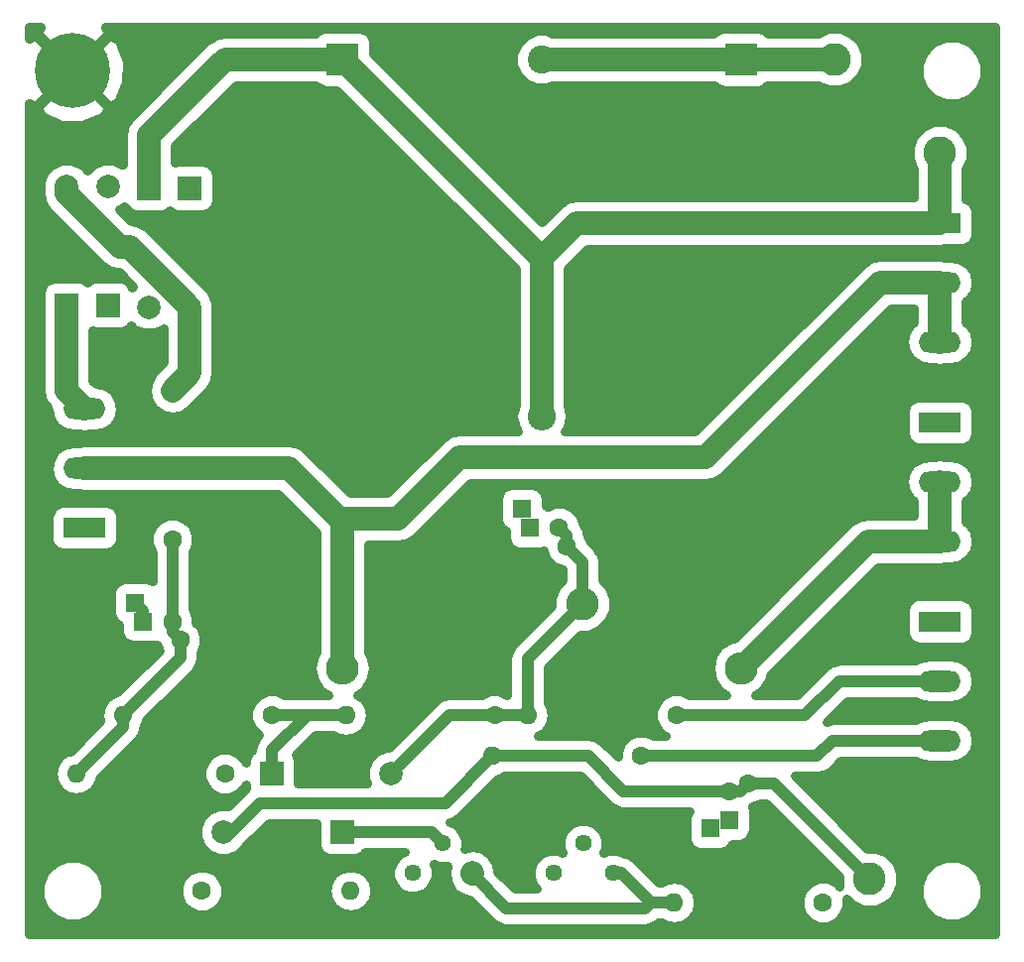
<source format=gbr>
G04 #@! TF.FileFunction,Copper,L2,Bot,Signal*
%FSLAX46Y46*%
G04 Gerber Fmt 4.6, Leading zero omitted, Abs format (unit mm)*
G04 Created by KiCad (PCBNEW 4.0.7) date Monday, 04 June 2018 'PMt' 21:28:53*
%MOMM*%
%LPD*%
G01*
G04 APERTURE LIST*
%ADD10C,0.100000*%
%ADD11R,3.600000X1.800000*%
%ADD12O,3.600000X1.800000*%
%ADD13R,1.600000X1.600000*%
%ADD14C,1.600000*%
%ADD15O,1.600000X1.600000*%
%ADD16C,1.998980*%
%ADD17R,1.998980X1.998980*%
%ADD18C,1.440000*%
%ADD19C,6.400000*%
%ADD20R,2.800000X2.800000*%
%ADD21O,2.800000X2.800000*%
%ADD22C,2.800000*%
%ADD23C,2.400000*%
%ADD24O,2.400000X2.400000*%
%ADD25C,1.000000*%
%ADD26C,2.000000*%
%ADD27C,0.800000*%
G04 APERTURE END LIST*
D10*
D11*
X129000000Y-70000000D03*
D12*
X129000000Y-75080000D03*
X129000000Y-80160000D03*
D13*
X61000000Y-87000000D03*
D14*
X63500000Y-87000000D03*
D13*
X60329063Y-85400000D03*
D14*
X64170937Y-88600000D03*
X72000000Y-95000000D03*
D15*
X59300000Y-95000000D03*
D13*
X94000000Y-79000000D03*
D14*
X96500000Y-79000000D03*
D13*
X93329063Y-77400000D03*
D14*
X97170937Y-80600000D03*
D13*
X111000000Y-104000000D03*
D14*
X111000000Y-101500000D03*
D13*
X109400000Y-104670937D03*
D14*
X112600000Y-100829063D03*
D16*
X82160000Y-99997460D03*
D17*
X72000000Y-99997460D03*
D16*
X67840000Y-105002540D03*
D17*
X78000000Y-105002540D03*
D11*
X56000000Y-79000000D03*
D12*
X56000000Y-73920000D03*
X56000000Y-68840000D03*
D18*
X101080000Y-108500000D03*
X98540000Y-105960000D03*
X96000000Y-108500000D03*
X89080000Y-108500000D03*
X86540000Y-105960000D03*
X84000000Y-108500000D03*
D19*
X55000000Y-40000000D03*
D11*
X129000000Y-53000000D03*
D12*
X129000000Y-58080000D03*
X129000000Y-63160000D03*
D11*
X129000000Y-87000000D03*
D12*
X129000000Y-92080000D03*
X129000000Y-97160000D03*
D20*
X78000000Y-39000000D03*
D21*
X78000000Y-91000000D03*
D20*
X112000000Y-39000000D03*
D21*
X112000000Y-91000000D03*
D14*
X63500000Y-80000000D03*
D15*
X63500000Y-67300000D03*
D14*
X91000000Y-95000000D03*
D15*
X78300000Y-95000000D03*
D14*
X119000000Y-111000000D03*
D15*
X106300000Y-111000000D03*
D14*
X68000000Y-100000000D03*
D15*
X55300000Y-100000000D03*
D14*
X66000000Y-110000000D03*
D15*
X78700000Y-110000000D03*
D16*
X65002540Y-60160000D03*
D17*
X65002540Y-50000000D03*
D16*
X54497460Y-49840000D03*
D17*
X54497460Y-60000000D03*
D16*
X61502540Y-60160000D03*
D17*
X61502540Y-50000000D03*
D16*
X57997460Y-49840000D03*
D17*
X57997460Y-60000000D03*
D22*
X129000000Y-47000000D03*
X120000000Y-39000000D03*
X98500000Y-85500000D03*
X123000000Y-109000000D03*
D23*
X95000000Y-39000000D03*
D24*
X95000000Y-69480000D03*
D14*
X106500000Y-95000000D03*
D15*
X93800000Y-95000000D03*
D14*
X103500000Y-98500000D03*
D15*
X90800000Y-98500000D03*
D25*
X59300000Y-95000000D02*
X59300000Y-96000000D01*
X59300000Y-96000000D02*
X55300000Y-100000000D01*
X64170937Y-88600000D02*
X64170937Y-90129063D01*
X64170937Y-90129063D02*
X59300000Y-95000000D01*
X63500000Y-87000000D02*
X63500000Y-87929063D01*
X63500000Y-87929063D02*
X64170937Y-88600000D01*
X63500000Y-80000000D02*
X63500000Y-87000000D01*
X106500000Y-95000000D02*
X117500000Y-95000000D01*
X120420000Y-92080000D02*
X129000000Y-92080000D01*
X117500000Y-95000000D02*
X120420000Y-92080000D01*
X103500000Y-98500000D02*
X118500000Y-98500000D01*
X118500000Y-98500000D02*
X119840000Y-97160000D01*
X119840000Y-97160000D02*
X129000000Y-97160000D01*
D26*
X54497460Y-49840000D02*
X54497460Y-50497460D01*
X54497460Y-50497460D02*
X59000000Y-55000000D01*
X59000000Y-55000000D02*
X59842540Y-55000000D01*
X59842540Y-55000000D02*
X65002540Y-60160000D01*
X65002540Y-60160000D02*
X65002540Y-65797460D01*
X65002540Y-65797460D02*
X63500000Y-67300000D01*
D25*
X72000000Y-95000000D02*
X75000000Y-95000000D01*
X75000000Y-95000000D02*
X78300000Y-95000000D01*
X72000000Y-99997460D02*
X72000000Y-98000000D01*
X72000000Y-98000000D02*
X75000000Y-95000000D01*
X78000000Y-105002540D02*
X85582540Y-105002540D01*
X85582540Y-105002540D02*
X86540000Y-105960000D01*
X101080000Y-108500000D02*
X101800000Y-108500000D01*
X101800000Y-108500000D02*
X104300000Y-111000000D01*
X106300000Y-111000000D02*
X104300000Y-111000000D01*
X92000000Y-111500000D02*
X103800000Y-111500000D01*
X92000000Y-111500000D02*
X89080000Y-108580000D01*
X104300000Y-111000000D02*
X103800000Y-111500000D01*
D26*
X89080000Y-108500000D02*
X89080000Y-108580000D01*
X95000000Y-69480000D02*
X95000000Y-56000000D01*
X129000000Y-53000000D02*
X129000000Y-47000000D01*
X61502540Y-50000000D02*
X61502540Y-45497460D01*
X68000000Y-39000000D02*
X78000000Y-39000000D01*
X61502540Y-45497460D02*
X68000000Y-39000000D01*
X77997460Y-39002540D02*
X78000000Y-39000000D01*
X129000000Y-53000000D02*
X98000000Y-53000000D01*
X98000000Y-53000000D02*
X95000000Y-56000000D01*
X95000000Y-56000000D02*
X78000000Y-39000000D01*
X112000000Y-39000000D02*
X120000000Y-39000000D01*
X95000000Y-39000000D02*
X112000000Y-39000000D01*
X129000000Y-80160000D02*
X122840000Y-80160000D01*
X122840000Y-80160000D02*
X112000000Y-91000000D01*
X129000000Y-80160000D02*
X129000000Y-75080000D01*
D25*
X61000000Y-87000000D02*
X61000000Y-86070937D01*
X61000000Y-86070937D02*
X60329063Y-85400000D01*
D26*
X77750000Y-78250000D02*
X82750000Y-78250000D01*
X123920000Y-58080000D02*
X129000000Y-58080000D01*
X109000000Y-73000000D02*
X123920000Y-58080000D01*
X88000000Y-73000000D02*
X109000000Y-73000000D01*
X82750000Y-78250000D02*
X88000000Y-73000000D01*
X56000000Y-73920000D02*
X73420000Y-73920000D01*
X73420000Y-73920000D02*
X77750000Y-78250000D01*
X77750000Y-78250000D02*
X78000000Y-78500000D01*
X129000000Y-63160000D02*
X129000000Y-58080000D01*
X78000000Y-78500000D02*
X78000000Y-91000000D01*
X54497460Y-60000000D02*
X54497460Y-67337460D01*
X54497460Y-67337460D02*
X56000000Y-68840000D01*
D25*
X97170937Y-80600000D02*
X97170937Y-79670937D01*
X97170937Y-79670937D02*
X96500000Y-79000000D01*
X98500000Y-85500000D02*
X98500000Y-81929063D01*
X98500000Y-81929063D02*
X97170937Y-80600000D01*
X93800000Y-95000000D02*
X93800000Y-90200000D01*
X93800000Y-90200000D02*
X98500000Y-85500000D01*
X91000000Y-95000000D02*
X93800000Y-95000000D01*
X91000000Y-95000000D02*
X87157460Y-95000000D01*
X87157460Y-95000000D02*
X82160000Y-99997460D01*
X112600000Y-100829063D02*
X114829063Y-100829063D01*
X114829063Y-100829063D02*
X123000000Y-109000000D01*
X90800000Y-98500000D02*
X99000000Y-98500000D01*
X102000000Y-101500000D02*
X111000000Y-101500000D01*
X99000000Y-98500000D02*
X102000000Y-101500000D01*
X67840000Y-105002540D02*
X68497460Y-105002540D01*
X68497460Y-105002540D02*
X71000000Y-102500000D01*
X86800000Y-102500000D02*
X90800000Y-98500000D01*
X71000000Y-102500000D02*
X86800000Y-102500000D01*
X111000000Y-101500000D02*
X111929063Y-101500000D01*
X111929063Y-101500000D02*
X112600000Y-100829063D01*
D27*
G36*
X52002598Y-36861176D02*
X55000000Y-39858579D01*
X57997402Y-36861176D01*
X57732734Y-36275000D01*
X133725000Y-36275000D01*
X133725000Y-113725000D01*
X51275000Y-113725000D01*
X51275000Y-110554511D01*
X52199515Y-110554511D01*
X52624892Y-111584000D01*
X53411857Y-112372340D01*
X54440602Y-112799513D01*
X55554511Y-112800485D01*
X56584000Y-112375108D01*
X57372340Y-111588143D01*
X57799513Y-110559398D01*
X57799655Y-110396079D01*
X63999654Y-110396079D01*
X64303494Y-111131429D01*
X64865612Y-111694529D01*
X65600430Y-111999652D01*
X66396079Y-112000346D01*
X67131429Y-111696506D01*
X67694529Y-111134388D01*
X67999652Y-110399570D01*
X68000000Y-110000000D01*
X76660818Y-110000000D01*
X76813059Y-110765367D01*
X77246604Y-111414214D01*
X77895451Y-111847759D01*
X78660818Y-112000000D01*
X78739182Y-112000000D01*
X79504549Y-111847759D01*
X80153396Y-111414214D01*
X80586941Y-110765367D01*
X80739182Y-110000000D01*
X80586941Y-109234633D01*
X80153396Y-108585786D01*
X79504549Y-108152241D01*
X78739182Y-108000000D01*
X78660818Y-108000000D01*
X77895451Y-108152241D01*
X77246604Y-108585786D01*
X76813059Y-109234633D01*
X76660818Y-110000000D01*
X68000000Y-110000000D01*
X68000346Y-109603921D01*
X67696506Y-108868571D01*
X67134388Y-108305471D01*
X66399570Y-108000348D01*
X65603921Y-107999654D01*
X64868571Y-108303494D01*
X64305471Y-108865612D01*
X64000348Y-109600430D01*
X63999654Y-110396079D01*
X57799655Y-110396079D01*
X57800485Y-109445489D01*
X57375108Y-108416000D01*
X56588143Y-107627660D01*
X55559398Y-107200487D01*
X54445489Y-107199515D01*
X53416000Y-107624892D01*
X52627660Y-108411857D01*
X52200487Y-109440602D01*
X52199515Y-110554511D01*
X51275000Y-110554511D01*
X51275000Y-100000000D01*
X53260818Y-100000000D01*
X53413059Y-100765367D01*
X53846604Y-101414214D01*
X54495451Y-101847759D01*
X55260818Y-102000000D01*
X55339182Y-102000000D01*
X56104549Y-101847759D01*
X56753396Y-101414214D01*
X57186941Y-100765367D01*
X57248556Y-100455608D01*
X60502079Y-97202084D01*
X60502082Y-97202082D01*
X60870595Y-96650562D01*
X60987214Y-96064280D01*
X61186941Y-95765367D01*
X61248556Y-95455608D01*
X65373016Y-91331147D01*
X65373019Y-91331145D01*
X65741532Y-90779625D01*
X65778241Y-90595076D01*
X65870938Y-90129063D01*
X65870937Y-90129058D01*
X65870937Y-89721212D01*
X66170589Y-88999570D01*
X66171283Y-88203921D01*
X65867443Y-87468571D01*
X65499913Y-87100399D01*
X65500346Y-86603921D01*
X65200000Y-85877027D01*
X65200000Y-81121212D01*
X65499652Y-80399570D01*
X65500346Y-79603921D01*
X65196506Y-78868571D01*
X64634388Y-78305471D01*
X63899570Y-78000348D01*
X63103921Y-77999654D01*
X62368571Y-78303494D01*
X61805471Y-78865612D01*
X61500348Y-79600430D01*
X61499654Y-80396079D01*
X61800000Y-81122973D01*
X61800000Y-83606071D01*
X61605077Y-83472886D01*
X61129063Y-83376491D01*
X59529063Y-83376491D01*
X59084370Y-83460166D01*
X58675946Y-83722979D01*
X58401949Y-84123986D01*
X58305554Y-84600000D01*
X58305554Y-86200000D01*
X58389229Y-86644693D01*
X58652042Y-87053117D01*
X58976491Y-87274804D01*
X58976491Y-87800000D01*
X59060166Y-88244693D01*
X59322979Y-88653117D01*
X59723986Y-88927114D01*
X60200000Y-89023509D01*
X61800000Y-89023509D01*
X62170628Y-88953770D01*
X62170591Y-88996079D01*
X62383786Y-89512051D01*
X58805210Y-93090626D01*
X58495451Y-93152241D01*
X57846604Y-93585786D01*
X57413059Y-94234633D01*
X57260818Y-95000000D01*
X57366174Y-95529662D01*
X54805210Y-98090626D01*
X54495451Y-98152241D01*
X53846604Y-98585786D01*
X53413059Y-99234633D01*
X53260818Y-100000000D01*
X51275000Y-100000000D01*
X51275000Y-78100000D01*
X52976491Y-78100000D01*
X52976491Y-79900000D01*
X53060166Y-80344693D01*
X53322979Y-80753117D01*
X53723986Y-81027114D01*
X54200000Y-81123509D01*
X57800000Y-81123509D01*
X58244693Y-81039834D01*
X58653117Y-80777021D01*
X58927114Y-80376014D01*
X59023509Y-79900000D01*
X59023509Y-78100000D01*
X58939834Y-77655307D01*
X58677021Y-77246883D01*
X58276014Y-76972886D01*
X57800000Y-76876491D01*
X54200000Y-76876491D01*
X53755307Y-76960166D01*
X53346883Y-77222979D01*
X53072886Y-77623986D01*
X52976491Y-78100000D01*
X51275000Y-78100000D01*
X51275000Y-59000510D01*
X52274461Y-59000510D01*
X52274461Y-60999490D01*
X52297460Y-61121719D01*
X52297460Y-67337460D01*
X52464925Y-68179364D01*
X52762012Y-68623986D01*
X52941825Y-68893095D01*
X52954262Y-68905532D01*
X53101080Y-69643635D01*
X53556303Y-70324924D01*
X54237592Y-70780147D01*
X55041227Y-70940000D01*
X55497266Y-70940000D01*
X56000000Y-71040000D01*
X56502734Y-70940000D01*
X56958773Y-70940000D01*
X57762408Y-70780147D01*
X58443697Y-70324924D01*
X58898920Y-69643635D01*
X59058773Y-68840000D01*
X58898920Y-68036365D01*
X58443697Y-67355076D01*
X57762408Y-66899853D01*
X57024305Y-66753035D01*
X56697460Y-66426190D01*
X56697460Y-62162144D01*
X56997970Y-62222999D01*
X58996950Y-62222999D01*
X59441643Y-62139324D01*
X59850067Y-61876511D01*
X59954964Y-61722989D01*
X60255002Y-62023550D01*
X61063115Y-62359108D01*
X61938126Y-62359871D01*
X62746824Y-62025725D01*
X62802540Y-61970106D01*
X62802540Y-64886190D01*
X61944365Y-65744365D01*
X61467465Y-66458097D01*
X61300000Y-67300000D01*
X61467465Y-68141903D01*
X61944365Y-68855635D01*
X62658097Y-69332535D01*
X63500000Y-69500000D01*
X64341903Y-69332535D01*
X65055635Y-68855635D01*
X66558175Y-67353095D01*
X67035075Y-66639364D01*
X67202540Y-65797460D01*
X67202540Y-60160000D01*
X67202033Y-60157453D01*
X67202411Y-59724414D01*
X67035586Y-59320665D01*
X67035075Y-59318096D01*
X67033632Y-59315937D01*
X66868265Y-58915716D01*
X66559629Y-58606542D01*
X66558175Y-58604365D01*
X61398175Y-53444365D01*
X60684444Y-52967465D01*
X59928336Y-52817066D01*
X58941184Y-51829914D01*
X59241744Y-51705725D01*
X59418179Y-51529598D01*
X59626029Y-51852607D01*
X60027036Y-52126604D01*
X60503050Y-52222999D01*
X62502030Y-52222999D01*
X62946723Y-52139324D01*
X63255169Y-51940845D01*
X63527036Y-52126604D01*
X64003050Y-52222999D01*
X66002030Y-52222999D01*
X66446723Y-52139324D01*
X66855147Y-51876511D01*
X67129144Y-51475504D01*
X67225539Y-50999490D01*
X67225539Y-49000510D01*
X67141864Y-48555817D01*
X66879051Y-48147393D01*
X66478044Y-47873396D01*
X66002030Y-47777001D01*
X64003050Y-47777001D01*
X63702540Y-47833546D01*
X63702540Y-46408730D01*
X68911270Y-41200000D01*
X75688799Y-41200000D01*
X75722979Y-41253117D01*
X76123986Y-41527114D01*
X76600000Y-41623509D01*
X77512239Y-41623509D01*
X92800000Y-56911270D01*
X92800000Y-68488633D01*
X92782689Y-68514541D01*
X92600000Y-69432981D01*
X92600000Y-69527019D01*
X92782689Y-70445459D01*
X93019586Y-70800000D01*
X88000000Y-70800000D01*
X87158096Y-70967465D01*
X86444365Y-71444365D01*
X81838730Y-76050000D01*
X78661270Y-76050000D01*
X74975635Y-72364365D01*
X74666933Y-72158097D01*
X74261904Y-71887465D01*
X73420000Y-71720000D01*
X56000000Y-71720000D01*
X55497266Y-71820000D01*
X55041227Y-71820000D01*
X54237592Y-71979853D01*
X53556303Y-72435076D01*
X53101080Y-73116365D01*
X52941227Y-73920000D01*
X53101080Y-74723635D01*
X53556303Y-75404924D01*
X54237592Y-75860147D01*
X55041227Y-76020000D01*
X55497266Y-76020000D01*
X56000000Y-76120000D01*
X72508730Y-76120000D01*
X75800000Y-79411270D01*
X75800000Y-89651641D01*
X75597913Y-89954086D01*
X75400000Y-90949063D01*
X75400000Y-91050937D01*
X75597913Y-92045914D01*
X76161522Y-92889415D01*
X76776006Y-93300000D01*
X75000005Y-93300000D01*
X75000000Y-93299999D01*
X74999995Y-93300000D01*
X73121212Y-93300000D01*
X72399570Y-93000348D01*
X71603921Y-92999654D01*
X70868571Y-93303494D01*
X70305471Y-93865612D01*
X70000348Y-94600430D01*
X69999654Y-95396079D01*
X70303494Y-96131429D01*
X70865612Y-96694529D01*
X70890834Y-96705002D01*
X70797918Y-96797918D01*
X70429405Y-97349438D01*
X70299999Y-98000000D01*
X70300000Y-98000005D01*
X70300000Y-98022749D01*
X70147393Y-98120949D01*
X69873396Y-98521956D01*
X69777001Y-98997970D01*
X69777001Y-99063384D01*
X69696506Y-98868571D01*
X69134388Y-98305471D01*
X68399570Y-98000348D01*
X67603921Y-97999654D01*
X66868571Y-98303494D01*
X66305471Y-98865612D01*
X66000348Y-99600430D01*
X65999654Y-100396079D01*
X66303494Y-101131429D01*
X66865612Y-101694529D01*
X67600430Y-101999652D01*
X68396079Y-102000346D01*
X69131429Y-101696506D01*
X69694529Y-101134388D01*
X69777001Y-100935773D01*
X69777001Y-100996950D01*
X69829643Y-101276720D01*
X69797918Y-101297918D01*
X68288596Y-102807240D01*
X68279425Y-102803432D01*
X67404414Y-102802669D01*
X66595716Y-103136815D01*
X65976450Y-103755002D01*
X65640892Y-104563115D01*
X65640129Y-105438126D01*
X65974275Y-106246824D01*
X66592462Y-106866090D01*
X67400575Y-107201648D01*
X68275586Y-107202411D01*
X69084284Y-106868265D01*
X69703550Y-106250078D01*
X69738674Y-106165490D01*
X71704164Y-104200000D01*
X75777001Y-104200000D01*
X75777001Y-106002030D01*
X75860676Y-106446723D01*
X76123489Y-106855147D01*
X76524496Y-107129144D01*
X77000510Y-107225539D01*
X78999490Y-107225539D01*
X79444183Y-107141864D01*
X79852607Y-106879051D01*
X79973212Y-106702540D01*
X83322389Y-106702540D01*
X82913828Y-106871354D01*
X82373252Y-107410987D01*
X82080334Y-108116413D01*
X82079667Y-108880236D01*
X82371354Y-109586172D01*
X82910987Y-110126748D01*
X83616413Y-110419666D01*
X84380236Y-110420333D01*
X85086172Y-110128646D01*
X85626748Y-109589013D01*
X85919666Y-108883587D01*
X85920333Y-108119764D01*
X85751687Y-107711609D01*
X86156413Y-107879666D01*
X86920236Y-107880333D01*
X87010694Y-107842956D01*
X86880000Y-108500000D01*
X86880000Y-108580000D01*
X87047465Y-109421904D01*
X87524365Y-110135635D01*
X88238096Y-110612535D01*
X88825142Y-110729306D01*
X90797916Y-112702079D01*
X90797918Y-112702082D01*
X91349438Y-113070595D01*
X91457374Y-113092065D01*
X92000000Y-113200001D01*
X92000005Y-113200000D01*
X103799995Y-113200000D01*
X103800000Y-113200001D01*
X104450562Y-113070595D01*
X105002082Y-112702082D01*
X105004164Y-112700000D01*
X105274314Y-112700000D01*
X105495451Y-112847759D01*
X106260818Y-113000000D01*
X106339182Y-113000000D01*
X107104549Y-112847759D01*
X107753396Y-112414214D01*
X108186941Y-111765367D01*
X108339182Y-111000000D01*
X108186941Y-110234633D01*
X107753396Y-109585786D01*
X107104549Y-109152241D01*
X106339182Y-109000000D01*
X106260818Y-109000000D01*
X105495451Y-109152241D01*
X105274314Y-109300000D01*
X105004163Y-109300000D01*
X103002082Y-107297918D01*
X102450562Y-106929405D01*
X102169198Y-106873438D01*
X102169013Y-106873252D01*
X101463587Y-106580334D01*
X100699764Y-106579667D01*
X100291609Y-106748313D01*
X100459666Y-106343587D01*
X100460333Y-105579764D01*
X100168646Y-104873828D01*
X99629013Y-104333252D01*
X98923587Y-104040334D01*
X98159764Y-104039667D01*
X97453828Y-104331354D01*
X96913252Y-104870987D01*
X96620334Y-105576413D01*
X96619667Y-106340236D01*
X96788313Y-106748391D01*
X96383587Y-106580334D01*
X95619764Y-106579667D01*
X94913828Y-106871354D01*
X94373252Y-107410987D01*
X94080334Y-108116413D01*
X94079667Y-108880236D01*
X94371354Y-109586172D01*
X94584809Y-109800000D01*
X92704163Y-109800000D01*
X91249170Y-108345006D01*
X91112535Y-107658096D01*
X90635635Y-106944365D01*
X89921904Y-106467465D01*
X89080000Y-106300000D01*
X88423545Y-106430577D01*
X88459666Y-106343587D01*
X88460333Y-105579764D01*
X88168646Y-104873828D01*
X87629013Y-104333252D01*
X87143540Y-104131666D01*
X87450562Y-104070595D01*
X88002082Y-103702082D01*
X91294789Y-100409374D01*
X91604549Y-100347759D01*
X91825686Y-100200000D01*
X98295836Y-100200000D01*
X100797916Y-102702079D01*
X100797918Y-102702082D01*
X101349438Y-103070595D01*
X101457374Y-103092065D01*
X102000000Y-103200001D01*
X102000005Y-103200000D01*
X107606071Y-103200000D01*
X107472886Y-103394923D01*
X107376491Y-103870937D01*
X107376491Y-105470937D01*
X107460166Y-105915630D01*
X107722979Y-106324054D01*
X108123986Y-106598051D01*
X108600000Y-106694446D01*
X110200000Y-106694446D01*
X110644693Y-106610771D01*
X111053117Y-106347958D01*
X111274804Y-106023509D01*
X111800000Y-106023509D01*
X112244693Y-105939834D01*
X112653117Y-105677021D01*
X112927114Y-105276014D01*
X113023509Y-104800000D01*
X113023509Y-103200000D01*
X112953770Y-102829372D01*
X112996079Y-102829409D01*
X113722973Y-102529063D01*
X114124899Y-102529063D01*
X120400170Y-108804333D01*
X120399550Y-109514903D01*
X120439166Y-109610782D01*
X120134388Y-109305471D01*
X119399570Y-109000348D01*
X118603921Y-108999654D01*
X117868571Y-109303494D01*
X117305471Y-109865612D01*
X117000348Y-110600430D01*
X116999654Y-111396079D01*
X117303494Y-112131429D01*
X117865612Y-112694529D01*
X118600430Y-112999652D01*
X119396079Y-113000346D01*
X120131429Y-112696506D01*
X120694529Y-112134388D01*
X120999652Y-111399570D01*
X121000282Y-110676958D01*
X121525295Y-111202887D01*
X122480559Y-111599548D01*
X123514903Y-111600450D01*
X124470858Y-111205458D01*
X125122941Y-110554511D01*
X127199515Y-110554511D01*
X127624892Y-111584000D01*
X128411857Y-112372340D01*
X129440602Y-112799513D01*
X130554511Y-112800485D01*
X131584000Y-112375108D01*
X132372340Y-111588143D01*
X132799513Y-110559398D01*
X132800485Y-109445489D01*
X132375108Y-108416000D01*
X131588143Y-107627660D01*
X130559398Y-107200487D01*
X129445489Y-107199515D01*
X128416000Y-107624892D01*
X127627660Y-108411857D01*
X127200487Y-109440602D01*
X127199515Y-110554511D01*
X125122941Y-110554511D01*
X125202887Y-110474705D01*
X125599548Y-109519441D01*
X125600450Y-108485097D01*
X125205458Y-107529142D01*
X124474705Y-106797113D01*
X123519441Y-106400452D01*
X122803991Y-106399828D01*
X116604164Y-100200000D01*
X118499995Y-100200000D01*
X118500000Y-100200001D01*
X119150562Y-100070595D01*
X119702082Y-99702082D01*
X120544163Y-98860000D01*
X126878187Y-98860000D01*
X127237592Y-99100147D01*
X128041227Y-99260000D01*
X129958773Y-99260000D01*
X130762408Y-99100147D01*
X131443697Y-98644924D01*
X131898920Y-97963635D01*
X132058773Y-97160000D01*
X131898920Y-96356365D01*
X131443697Y-95675076D01*
X130762408Y-95219853D01*
X129958773Y-95060000D01*
X128041227Y-95060000D01*
X127237592Y-95219853D01*
X126878187Y-95460000D01*
X119840005Y-95460000D01*
X119840000Y-95459999D01*
X119345877Y-95558287D01*
X121124163Y-93780000D01*
X126878187Y-93780000D01*
X127237592Y-94020147D01*
X128041227Y-94180000D01*
X129958773Y-94180000D01*
X130762408Y-94020147D01*
X131443697Y-93564924D01*
X131898920Y-92883635D01*
X132058773Y-92080000D01*
X131898920Y-91276365D01*
X131443697Y-90595076D01*
X130762408Y-90139853D01*
X129958773Y-89980000D01*
X128041227Y-89980000D01*
X127237592Y-90139853D01*
X126878187Y-90380000D01*
X120420005Y-90380000D01*
X120420000Y-90379999D01*
X119877374Y-90487935D01*
X119769438Y-90509405D01*
X119217918Y-90877918D01*
X119217916Y-90877921D01*
X116795836Y-93300000D01*
X113223994Y-93300000D01*
X113838478Y-92889415D01*
X114402087Y-92045914D01*
X114485698Y-91625572D01*
X120011270Y-86100000D01*
X125976491Y-86100000D01*
X125976491Y-87900000D01*
X126060166Y-88344693D01*
X126322979Y-88753117D01*
X126723986Y-89027114D01*
X127200000Y-89123509D01*
X130800000Y-89123509D01*
X131244693Y-89039834D01*
X131653117Y-88777021D01*
X131927114Y-88376014D01*
X132023509Y-87900000D01*
X132023509Y-86100000D01*
X131939834Y-85655307D01*
X131677021Y-85246883D01*
X131276014Y-84972886D01*
X130800000Y-84876491D01*
X127200000Y-84876491D01*
X126755307Y-84960166D01*
X126346883Y-85222979D01*
X126072886Y-85623986D01*
X125976491Y-86100000D01*
X120011270Y-86100000D01*
X123751270Y-82360000D01*
X129000000Y-82360000D01*
X129502734Y-82260000D01*
X129958773Y-82260000D01*
X130762408Y-82100147D01*
X131443697Y-81644924D01*
X131898920Y-80963635D01*
X132058773Y-80160000D01*
X131898920Y-79356365D01*
X131443697Y-78675076D01*
X131200000Y-78512243D01*
X131200000Y-76727757D01*
X131443697Y-76564924D01*
X131898920Y-75883635D01*
X132058773Y-75080000D01*
X131898920Y-74276365D01*
X131443697Y-73595076D01*
X130762408Y-73139853D01*
X129958773Y-72980000D01*
X129502734Y-72980000D01*
X129000000Y-72880000D01*
X128497266Y-72980000D01*
X128041227Y-72980000D01*
X127237592Y-73139853D01*
X126556303Y-73595076D01*
X126101080Y-74276365D01*
X125941227Y-75080000D01*
X126101080Y-75883635D01*
X126556303Y-76564924D01*
X126800000Y-76727757D01*
X126800000Y-77960000D01*
X122840000Y-77960000D01*
X121998096Y-78127465D01*
X121546211Y-78429405D01*
X121284365Y-78604365D01*
X111425365Y-88463365D01*
X111005023Y-88546976D01*
X110161522Y-89110585D01*
X109597913Y-89954086D01*
X109400000Y-90949063D01*
X109400000Y-91050937D01*
X109597913Y-92045914D01*
X110161522Y-92889415D01*
X110776006Y-93300000D01*
X107621212Y-93300000D01*
X106899570Y-93000348D01*
X106103921Y-92999654D01*
X105368571Y-93303494D01*
X104805471Y-93865612D01*
X104500348Y-94600430D01*
X104499654Y-95396079D01*
X104803494Y-96131429D01*
X105365612Y-96694529D01*
X105619614Y-96800000D01*
X104621212Y-96800000D01*
X103899570Y-96500348D01*
X103103921Y-96499654D01*
X102368571Y-96803494D01*
X101805471Y-97365612D01*
X101500348Y-98100430D01*
X101499916Y-98595752D01*
X100202082Y-97297918D01*
X99650562Y-96929405D01*
X99000000Y-96799999D01*
X98999995Y-96800000D01*
X94676026Y-96800000D01*
X95253396Y-96414214D01*
X95686941Y-95765367D01*
X95839182Y-95000000D01*
X95686941Y-94234633D01*
X95500000Y-93954856D01*
X95500000Y-90904164D01*
X98304333Y-88099830D01*
X99014903Y-88100450D01*
X99970858Y-87705458D01*
X100702887Y-86974705D01*
X101099548Y-86019441D01*
X101100450Y-84985097D01*
X100705458Y-84029142D01*
X100200000Y-83522801D01*
X100200000Y-81929068D01*
X100200001Y-81929063D01*
X100070595Y-81278501D01*
X99885779Y-81001904D01*
X99702082Y-80726981D01*
X99702079Y-80726979D01*
X99165834Y-80190734D01*
X98867443Y-79468571D01*
X98821537Y-79422585D01*
X98741532Y-79020375D01*
X98663435Y-78903494D01*
X98500298Y-78659341D01*
X98500346Y-78603921D01*
X98196506Y-77868571D01*
X97634388Y-77305471D01*
X96899570Y-77000348D01*
X96103921Y-76999654D01*
X95521213Y-77240424D01*
X95352572Y-77125196D01*
X95352572Y-76600000D01*
X95268897Y-76155307D01*
X95006084Y-75746883D01*
X94605077Y-75472886D01*
X94129063Y-75376491D01*
X92529063Y-75376491D01*
X92084370Y-75460166D01*
X91675946Y-75722979D01*
X91401949Y-76123986D01*
X91305554Y-76600000D01*
X91305554Y-78200000D01*
X91389229Y-78644693D01*
X91652042Y-79053117D01*
X91976491Y-79274804D01*
X91976491Y-79800000D01*
X92060166Y-80244693D01*
X92322979Y-80653117D01*
X92723986Y-80927114D01*
X93200000Y-81023509D01*
X94800000Y-81023509D01*
X95170628Y-80953770D01*
X95170591Y-80996079D01*
X95474431Y-81731429D01*
X96036549Y-82294529D01*
X96762917Y-82596143D01*
X96800000Y-82633226D01*
X96800000Y-83523285D01*
X96297113Y-84025295D01*
X95900452Y-84980559D01*
X95899828Y-85696009D01*
X92597918Y-88997918D01*
X92229405Y-89549438D01*
X92099999Y-90200000D01*
X92100000Y-90200005D01*
X92100000Y-93291192D01*
X91399570Y-93000348D01*
X90603921Y-92999654D01*
X89877027Y-93300000D01*
X87157465Y-93300000D01*
X87157460Y-93299999D01*
X86614834Y-93407935D01*
X86506898Y-93429405D01*
X85955378Y-93797918D01*
X85955376Y-93797921D01*
X81955506Y-97797791D01*
X81724414Y-97797589D01*
X80915716Y-98131735D01*
X80296450Y-98749922D01*
X79960892Y-99558035D01*
X79960129Y-100433046D01*
X80111751Y-100800000D01*
X74222999Y-100800000D01*
X74222999Y-98997970D01*
X74139324Y-98553277D01*
X74026391Y-98377773D01*
X75704163Y-96700000D01*
X77274314Y-96700000D01*
X77495451Y-96847759D01*
X78260818Y-97000000D01*
X78339182Y-97000000D01*
X79104549Y-96847759D01*
X79753396Y-96414214D01*
X80186941Y-95765367D01*
X80339182Y-95000000D01*
X80186941Y-94234633D01*
X79753396Y-93585786D01*
X79274840Y-93266026D01*
X79838478Y-92889415D01*
X80402087Y-92045914D01*
X80600000Y-91050937D01*
X80600000Y-90949063D01*
X80402087Y-89954086D01*
X80200000Y-89651641D01*
X80200000Y-80450000D01*
X82750000Y-80450000D01*
X83591904Y-80282535D01*
X84305635Y-79805635D01*
X88911270Y-75200000D01*
X109000000Y-75200000D01*
X109841904Y-75032535D01*
X110555635Y-74555635D01*
X116011270Y-69100000D01*
X125976491Y-69100000D01*
X125976491Y-70900000D01*
X126060166Y-71344693D01*
X126322979Y-71753117D01*
X126723986Y-72027114D01*
X127200000Y-72123509D01*
X130800000Y-72123509D01*
X131244693Y-72039834D01*
X131653117Y-71777021D01*
X131927114Y-71376014D01*
X132023509Y-70900000D01*
X132023509Y-69100000D01*
X131939834Y-68655307D01*
X131677021Y-68246883D01*
X131276014Y-67972886D01*
X130800000Y-67876491D01*
X127200000Y-67876491D01*
X126755307Y-67960166D01*
X126346883Y-68222979D01*
X126072886Y-68623986D01*
X125976491Y-69100000D01*
X116011270Y-69100000D01*
X124831270Y-60280000D01*
X126800000Y-60280000D01*
X126800000Y-61512243D01*
X126556303Y-61675076D01*
X126101080Y-62356365D01*
X125941227Y-63160000D01*
X126101080Y-63963635D01*
X126556303Y-64644924D01*
X127237592Y-65100147D01*
X128041227Y-65260000D01*
X128497266Y-65260000D01*
X129000000Y-65360000D01*
X129502734Y-65260000D01*
X129958773Y-65260000D01*
X130762408Y-65100147D01*
X131443697Y-64644924D01*
X131898920Y-63963635D01*
X132058773Y-63160000D01*
X131898920Y-62356365D01*
X131443697Y-61675076D01*
X131200000Y-61512243D01*
X131200000Y-59727757D01*
X131443697Y-59564924D01*
X131898920Y-58883635D01*
X132058773Y-58080000D01*
X131898920Y-57276365D01*
X131443697Y-56595076D01*
X130762408Y-56139853D01*
X129958773Y-55980000D01*
X129502734Y-55980000D01*
X129000000Y-55880000D01*
X123920000Y-55880000D01*
X123078096Y-56047465D01*
X122364365Y-56524365D01*
X108088730Y-70800000D01*
X96980414Y-70800000D01*
X97217311Y-70445459D01*
X97400000Y-69527019D01*
X97400000Y-69432981D01*
X97217311Y-68514541D01*
X97200000Y-68488633D01*
X97200000Y-56911270D01*
X98911270Y-55200000D01*
X129000000Y-55200000D01*
X129384546Y-55123509D01*
X130800000Y-55123509D01*
X131244693Y-55039834D01*
X131653117Y-54777021D01*
X131927114Y-54376014D01*
X132023509Y-53900000D01*
X132023509Y-52100000D01*
X131939834Y-51655307D01*
X131677021Y-51246883D01*
X131276014Y-50972886D01*
X131200000Y-50957493D01*
X131200000Y-48477587D01*
X131202887Y-48474705D01*
X131599548Y-47519441D01*
X131600450Y-46485097D01*
X131205458Y-45529142D01*
X130474705Y-44797113D01*
X129519441Y-44400452D01*
X128485097Y-44399550D01*
X127529142Y-44794542D01*
X126797113Y-45525295D01*
X126400452Y-46480559D01*
X126399550Y-47514903D01*
X126794542Y-48470858D01*
X126800000Y-48476326D01*
X126800000Y-50800000D01*
X98000000Y-50800000D01*
X97158097Y-50967464D01*
X96444365Y-51444365D01*
X95000000Y-52888730D01*
X81586565Y-39475295D01*
X92599584Y-39475295D01*
X92964192Y-40357715D01*
X93638734Y-41033435D01*
X94520516Y-41399583D01*
X95475295Y-41400416D01*
X95960339Y-41200000D01*
X109688799Y-41200000D01*
X109722979Y-41253117D01*
X110123986Y-41527114D01*
X110600000Y-41623509D01*
X113400000Y-41623509D01*
X113844693Y-41539834D01*
X114253117Y-41277021D01*
X114305743Y-41200000D01*
X118522413Y-41200000D01*
X118525295Y-41202887D01*
X119480559Y-41599548D01*
X120514903Y-41600450D01*
X121470858Y-41205458D01*
X122122941Y-40554511D01*
X127199515Y-40554511D01*
X127624892Y-41584000D01*
X128411857Y-42372340D01*
X129440602Y-42799513D01*
X130554511Y-42800485D01*
X131584000Y-42375108D01*
X132372340Y-41588143D01*
X132799513Y-40559398D01*
X132800485Y-39445489D01*
X132375108Y-38416000D01*
X131588143Y-37627660D01*
X130559398Y-37200487D01*
X129445489Y-37199515D01*
X128416000Y-37624892D01*
X127627660Y-38411857D01*
X127200487Y-39440602D01*
X127199515Y-40554511D01*
X122122941Y-40554511D01*
X122202887Y-40474705D01*
X122599548Y-39519441D01*
X122600450Y-38485097D01*
X122205458Y-37529142D01*
X121474705Y-36797113D01*
X120519441Y-36400452D01*
X119485097Y-36399550D01*
X118529142Y-36794542D01*
X118523674Y-36800000D01*
X114311201Y-36800000D01*
X114277021Y-36746883D01*
X113876014Y-36472886D01*
X113400000Y-36376491D01*
X110600000Y-36376491D01*
X110155307Y-36460166D01*
X109746883Y-36722979D01*
X109694257Y-36800000D01*
X95960133Y-36800000D01*
X95479484Y-36600417D01*
X94524705Y-36599584D01*
X93642285Y-36964192D01*
X92966565Y-37638734D01*
X92600417Y-38520516D01*
X92599584Y-39475295D01*
X81586565Y-39475295D01*
X80623509Y-38512239D01*
X80623509Y-37600000D01*
X80539834Y-37155307D01*
X80277021Y-36746883D01*
X79876014Y-36472886D01*
X79400000Y-36376491D01*
X76600000Y-36376491D01*
X76155307Y-36460166D01*
X75746883Y-36722979D01*
X75694257Y-36800000D01*
X68000000Y-36800000D01*
X67158096Y-36967465D01*
X66623389Y-37324745D01*
X66444365Y-37444365D01*
X59946905Y-43941825D01*
X59470005Y-44655556D01*
X59302540Y-45497460D01*
X59302540Y-48034092D01*
X59244998Y-47976450D01*
X58436885Y-47640892D01*
X57561874Y-47640129D01*
X56753176Y-47974275D01*
X56247120Y-48479449D01*
X56054549Y-48286542D01*
X56053095Y-48284365D01*
X56050937Y-48282923D01*
X55744998Y-47976450D01*
X55341542Y-47808920D01*
X55339364Y-47807465D01*
X55336817Y-47806958D01*
X54936885Y-47640892D01*
X54500029Y-47640511D01*
X54497460Y-47640000D01*
X54494913Y-47640507D01*
X54061874Y-47640129D01*
X53658125Y-47806954D01*
X53655556Y-47807465D01*
X53653397Y-47808908D01*
X53253176Y-47974275D01*
X52944002Y-48282911D01*
X52941825Y-48284365D01*
X52940383Y-48286523D01*
X52633910Y-48592462D01*
X52466380Y-48995918D01*
X52464925Y-48998096D01*
X52464418Y-49000643D01*
X52298352Y-49400575D01*
X52297971Y-49837431D01*
X52297460Y-49840000D01*
X52297460Y-50497460D01*
X52464925Y-51339364D01*
X52709720Y-51705725D01*
X52941825Y-52053095D01*
X57444365Y-56555635D01*
X58158096Y-57032535D01*
X58914204Y-57182934D01*
X60141799Y-58410529D01*
X60081821Y-58470402D01*
X59873971Y-58147393D01*
X59472964Y-57873396D01*
X58996950Y-57777001D01*
X56997970Y-57777001D01*
X56553277Y-57860676D01*
X56244831Y-58059155D01*
X55972964Y-57873396D01*
X55496950Y-57777001D01*
X53497970Y-57777001D01*
X53053277Y-57860676D01*
X52644853Y-58123489D01*
X52370856Y-58524496D01*
X52274461Y-59000510D01*
X51275000Y-59000510D01*
X51275000Y-43138824D01*
X52002598Y-43138824D01*
X52324745Y-43852302D01*
X54002598Y-44582839D01*
X55832297Y-44615681D01*
X57535287Y-43945826D01*
X57675255Y-43852302D01*
X57997402Y-43138824D01*
X55000000Y-40141421D01*
X52002598Y-43138824D01*
X51275000Y-43138824D01*
X51275000Y-42732734D01*
X51861176Y-42997402D01*
X54858579Y-40000000D01*
X55141421Y-40000000D01*
X58138824Y-42997402D01*
X58852302Y-42675255D01*
X59582839Y-40997402D01*
X59615681Y-39167703D01*
X58945826Y-37464713D01*
X58852302Y-37324745D01*
X58138824Y-37002598D01*
X55141421Y-40000000D01*
X54858579Y-40000000D01*
X51861176Y-37002598D01*
X51275000Y-37267266D01*
X51275000Y-36275000D01*
X52267266Y-36275000D01*
X52002598Y-36861176D01*
X52002598Y-36861176D01*
G37*
X52002598Y-36861176D02*
X55000000Y-39858579D01*
X57997402Y-36861176D01*
X57732734Y-36275000D01*
X133725000Y-36275000D01*
X133725000Y-113725000D01*
X51275000Y-113725000D01*
X51275000Y-110554511D01*
X52199515Y-110554511D01*
X52624892Y-111584000D01*
X53411857Y-112372340D01*
X54440602Y-112799513D01*
X55554511Y-112800485D01*
X56584000Y-112375108D01*
X57372340Y-111588143D01*
X57799513Y-110559398D01*
X57799655Y-110396079D01*
X63999654Y-110396079D01*
X64303494Y-111131429D01*
X64865612Y-111694529D01*
X65600430Y-111999652D01*
X66396079Y-112000346D01*
X67131429Y-111696506D01*
X67694529Y-111134388D01*
X67999652Y-110399570D01*
X68000000Y-110000000D01*
X76660818Y-110000000D01*
X76813059Y-110765367D01*
X77246604Y-111414214D01*
X77895451Y-111847759D01*
X78660818Y-112000000D01*
X78739182Y-112000000D01*
X79504549Y-111847759D01*
X80153396Y-111414214D01*
X80586941Y-110765367D01*
X80739182Y-110000000D01*
X80586941Y-109234633D01*
X80153396Y-108585786D01*
X79504549Y-108152241D01*
X78739182Y-108000000D01*
X78660818Y-108000000D01*
X77895451Y-108152241D01*
X77246604Y-108585786D01*
X76813059Y-109234633D01*
X76660818Y-110000000D01*
X68000000Y-110000000D01*
X68000346Y-109603921D01*
X67696506Y-108868571D01*
X67134388Y-108305471D01*
X66399570Y-108000348D01*
X65603921Y-107999654D01*
X64868571Y-108303494D01*
X64305471Y-108865612D01*
X64000348Y-109600430D01*
X63999654Y-110396079D01*
X57799655Y-110396079D01*
X57800485Y-109445489D01*
X57375108Y-108416000D01*
X56588143Y-107627660D01*
X55559398Y-107200487D01*
X54445489Y-107199515D01*
X53416000Y-107624892D01*
X52627660Y-108411857D01*
X52200487Y-109440602D01*
X52199515Y-110554511D01*
X51275000Y-110554511D01*
X51275000Y-100000000D01*
X53260818Y-100000000D01*
X53413059Y-100765367D01*
X53846604Y-101414214D01*
X54495451Y-101847759D01*
X55260818Y-102000000D01*
X55339182Y-102000000D01*
X56104549Y-101847759D01*
X56753396Y-101414214D01*
X57186941Y-100765367D01*
X57248556Y-100455608D01*
X60502079Y-97202084D01*
X60502082Y-97202082D01*
X60870595Y-96650562D01*
X60987214Y-96064280D01*
X61186941Y-95765367D01*
X61248556Y-95455608D01*
X65373016Y-91331147D01*
X65373019Y-91331145D01*
X65741532Y-90779625D01*
X65778241Y-90595076D01*
X65870938Y-90129063D01*
X65870937Y-90129058D01*
X65870937Y-89721212D01*
X66170589Y-88999570D01*
X66171283Y-88203921D01*
X65867443Y-87468571D01*
X65499913Y-87100399D01*
X65500346Y-86603921D01*
X65200000Y-85877027D01*
X65200000Y-81121212D01*
X65499652Y-80399570D01*
X65500346Y-79603921D01*
X65196506Y-78868571D01*
X64634388Y-78305471D01*
X63899570Y-78000348D01*
X63103921Y-77999654D01*
X62368571Y-78303494D01*
X61805471Y-78865612D01*
X61500348Y-79600430D01*
X61499654Y-80396079D01*
X61800000Y-81122973D01*
X61800000Y-83606071D01*
X61605077Y-83472886D01*
X61129063Y-83376491D01*
X59529063Y-83376491D01*
X59084370Y-83460166D01*
X58675946Y-83722979D01*
X58401949Y-84123986D01*
X58305554Y-84600000D01*
X58305554Y-86200000D01*
X58389229Y-86644693D01*
X58652042Y-87053117D01*
X58976491Y-87274804D01*
X58976491Y-87800000D01*
X59060166Y-88244693D01*
X59322979Y-88653117D01*
X59723986Y-88927114D01*
X60200000Y-89023509D01*
X61800000Y-89023509D01*
X62170628Y-88953770D01*
X62170591Y-88996079D01*
X62383786Y-89512051D01*
X58805210Y-93090626D01*
X58495451Y-93152241D01*
X57846604Y-93585786D01*
X57413059Y-94234633D01*
X57260818Y-95000000D01*
X57366174Y-95529662D01*
X54805210Y-98090626D01*
X54495451Y-98152241D01*
X53846604Y-98585786D01*
X53413059Y-99234633D01*
X53260818Y-100000000D01*
X51275000Y-100000000D01*
X51275000Y-78100000D01*
X52976491Y-78100000D01*
X52976491Y-79900000D01*
X53060166Y-80344693D01*
X53322979Y-80753117D01*
X53723986Y-81027114D01*
X54200000Y-81123509D01*
X57800000Y-81123509D01*
X58244693Y-81039834D01*
X58653117Y-80777021D01*
X58927114Y-80376014D01*
X59023509Y-79900000D01*
X59023509Y-78100000D01*
X58939834Y-77655307D01*
X58677021Y-77246883D01*
X58276014Y-76972886D01*
X57800000Y-76876491D01*
X54200000Y-76876491D01*
X53755307Y-76960166D01*
X53346883Y-77222979D01*
X53072886Y-77623986D01*
X52976491Y-78100000D01*
X51275000Y-78100000D01*
X51275000Y-59000510D01*
X52274461Y-59000510D01*
X52274461Y-60999490D01*
X52297460Y-61121719D01*
X52297460Y-67337460D01*
X52464925Y-68179364D01*
X52762012Y-68623986D01*
X52941825Y-68893095D01*
X52954262Y-68905532D01*
X53101080Y-69643635D01*
X53556303Y-70324924D01*
X54237592Y-70780147D01*
X55041227Y-70940000D01*
X55497266Y-70940000D01*
X56000000Y-71040000D01*
X56502734Y-70940000D01*
X56958773Y-70940000D01*
X57762408Y-70780147D01*
X58443697Y-70324924D01*
X58898920Y-69643635D01*
X59058773Y-68840000D01*
X58898920Y-68036365D01*
X58443697Y-67355076D01*
X57762408Y-66899853D01*
X57024305Y-66753035D01*
X56697460Y-66426190D01*
X56697460Y-62162144D01*
X56997970Y-62222999D01*
X58996950Y-62222999D01*
X59441643Y-62139324D01*
X59850067Y-61876511D01*
X59954964Y-61722989D01*
X60255002Y-62023550D01*
X61063115Y-62359108D01*
X61938126Y-62359871D01*
X62746824Y-62025725D01*
X62802540Y-61970106D01*
X62802540Y-64886190D01*
X61944365Y-65744365D01*
X61467465Y-66458097D01*
X61300000Y-67300000D01*
X61467465Y-68141903D01*
X61944365Y-68855635D01*
X62658097Y-69332535D01*
X63500000Y-69500000D01*
X64341903Y-69332535D01*
X65055635Y-68855635D01*
X66558175Y-67353095D01*
X67035075Y-66639364D01*
X67202540Y-65797460D01*
X67202540Y-60160000D01*
X67202033Y-60157453D01*
X67202411Y-59724414D01*
X67035586Y-59320665D01*
X67035075Y-59318096D01*
X67033632Y-59315937D01*
X66868265Y-58915716D01*
X66559629Y-58606542D01*
X66558175Y-58604365D01*
X61398175Y-53444365D01*
X60684444Y-52967465D01*
X59928336Y-52817066D01*
X58941184Y-51829914D01*
X59241744Y-51705725D01*
X59418179Y-51529598D01*
X59626029Y-51852607D01*
X60027036Y-52126604D01*
X60503050Y-52222999D01*
X62502030Y-52222999D01*
X62946723Y-52139324D01*
X63255169Y-51940845D01*
X63527036Y-52126604D01*
X64003050Y-52222999D01*
X66002030Y-52222999D01*
X66446723Y-52139324D01*
X66855147Y-51876511D01*
X67129144Y-51475504D01*
X67225539Y-50999490D01*
X67225539Y-49000510D01*
X67141864Y-48555817D01*
X66879051Y-48147393D01*
X66478044Y-47873396D01*
X66002030Y-47777001D01*
X64003050Y-47777001D01*
X63702540Y-47833546D01*
X63702540Y-46408730D01*
X68911270Y-41200000D01*
X75688799Y-41200000D01*
X75722979Y-41253117D01*
X76123986Y-41527114D01*
X76600000Y-41623509D01*
X77512239Y-41623509D01*
X92800000Y-56911270D01*
X92800000Y-68488633D01*
X92782689Y-68514541D01*
X92600000Y-69432981D01*
X92600000Y-69527019D01*
X92782689Y-70445459D01*
X93019586Y-70800000D01*
X88000000Y-70800000D01*
X87158096Y-70967465D01*
X86444365Y-71444365D01*
X81838730Y-76050000D01*
X78661270Y-76050000D01*
X74975635Y-72364365D01*
X74666933Y-72158097D01*
X74261904Y-71887465D01*
X73420000Y-71720000D01*
X56000000Y-71720000D01*
X55497266Y-71820000D01*
X55041227Y-71820000D01*
X54237592Y-71979853D01*
X53556303Y-72435076D01*
X53101080Y-73116365D01*
X52941227Y-73920000D01*
X53101080Y-74723635D01*
X53556303Y-75404924D01*
X54237592Y-75860147D01*
X55041227Y-76020000D01*
X55497266Y-76020000D01*
X56000000Y-76120000D01*
X72508730Y-76120000D01*
X75800000Y-79411270D01*
X75800000Y-89651641D01*
X75597913Y-89954086D01*
X75400000Y-90949063D01*
X75400000Y-91050937D01*
X75597913Y-92045914D01*
X76161522Y-92889415D01*
X76776006Y-93300000D01*
X75000005Y-93300000D01*
X75000000Y-93299999D01*
X74999995Y-93300000D01*
X73121212Y-93300000D01*
X72399570Y-93000348D01*
X71603921Y-92999654D01*
X70868571Y-93303494D01*
X70305471Y-93865612D01*
X70000348Y-94600430D01*
X69999654Y-95396079D01*
X70303494Y-96131429D01*
X70865612Y-96694529D01*
X70890834Y-96705002D01*
X70797918Y-96797918D01*
X70429405Y-97349438D01*
X70299999Y-98000000D01*
X70300000Y-98000005D01*
X70300000Y-98022749D01*
X70147393Y-98120949D01*
X69873396Y-98521956D01*
X69777001Y-98997970D01*
X69777001Y-99063384D01*
X69696506Y-98868571D01*
X69134388Y-98305471D01*
X68399570Y-98000348D01*
X67603921Y-97999654D01*
X66868571Y-98303494D01*
X66305471Y-98865612D01*
X66000348Y-99600430D01*
X65999654Y-100396079D01*
X66303494Y-101131429D01*
X66865612Y-101694529D01*
X67600430Y-101999652D01*
X68396079Y-102000346D01*
X69131429Y-101696506D01*
X69694529Y-101134388D01*
X69777001Y-100935773D01*
X69777001Y-100996950D01*
X69829643Y-101276720D01*
X69797918Y-101297918D01*
X68288596Y-102807240D01*
X68279425Y-102803432D01*
X67404414Y-102802669D01*
X66595716Y-103136815D01*
X65976450Y-103755002D01*
X65640892Y-104563115D01*
X65640129Y-105438126D01*
X65974275Y-106246824D01*
X66592462Y-106866090D01*
X67400575Y-107201648D01*
X68275586Y-107202411D01*
X69084284Y-106868265D01*
X69703550Y-106250078D01*
X69738674Y-106165490D01*
X71704164Y-104200000D01*
X75777001Y-104200000D01*
X75777001Y-106002030D01*
X75860676Y-106446723D01*
X76123489Y-106855147D01*
X76524496Y-107129144D01*
X77000510Y-107225539D01*
X78999490Y-107225539D01*
X79444183Y-107141864D01*
X79852607Y-106879051D01*
X79973212Y-106702540D01*
X83322389Y-106702540D01*
X82913828Y-106871354D01*
X82373252Y-107410987D01*
X82080334Y-108116413D01*
X82079667Y-108880236D01*
X82371354Y-109586172D01*
X82910987Y-110126748D01*
X83616413Y-110419666D01*
X84380236Y-110420333D01*
X85086172Y-110128646D01*
X85626748Y-109589013D01*
X85919666Y-108883587D01*
X85920333Y-108119764D01*
X85751687Y-107711609D01*
X86156413Y-107879666D01*
X86920236Y-107880333D01*
X87010694Y-107842956D01*
X86880000Y-108500000D01*
X86880000Y-108580000D01*
X87047465Y-109421904D01*
X87524365Y-110135635D01*
X88238096Y-110612535D01*
X88825142Y-110729306D01*
X90797916Y-112702079D01*
X90797918Y-112702082D01*
X91349438Y-113070595D01*
X91457374Y-113092065D01*
X92000000Y-113200001D01*
X92000005Y-113200000D01*
X103799995Y-113200000D01*
X103800000Y-113200001D01*
X104450562Y-113070595D01*
X105002082Y-112702082D01*
X105004164Y-112700000D01*
X105274314Y-112700000D01*
X105495451Y-112847759D01*
X106260818Y-113000000D01*
X106339182Y-113000000D01*
X107104549Y-112847759D01*
X107753396Y-112414214D01*
X108186941Y-111765367D01*
X108339182Y-111000000D01*
X108186941Y-110234633D01*
X107753396Y-109585786D01*
X107104549Y-109152241D01*
X106339182Y-109000000D01*
X106260818Y-109000000D01*
X105495451Y-109152241D01*
X105274314Y-109300000D01*
X105004163Y-109300000D01*
X103002082Y-107297918D01*
X102450562Y-106929405D01*
X102169198Y-106873438D01*
X102169013Y-106873252D01*
X101463587Y-106580334D01*
X100699764Y-106579667D01*
X100291609Y-106748313D01*
X100459666Y-106343587D01*
X100460333Y-105579764D01*
X100168646Y-104873828D01*
X99629013Y-104333252D01*
X98923587Y-104040334D01*
X98159764Y-104039667D01*
X97453828Y-104331354D01*
X96913252Y-104870987D01*
X96620334Y-105576413D01*
X96619667Y-106340236D01*
X96788313Y-106748391D01*
X96383587Y-106580334D01*
X95619764Y-106579667D01*
X94913828Y-106871354D01*
X94373252Y-107410987D01*
X94080334Y-108116413D01*
X94079667Y-108880236D01*
X94371354Y-109586172D01*
X94584809Y-109800000D01*
X92704163Y-109800000D01*
X91249170Y-108345006D01*
X91112535Y-107658096D01*
X90635635Y-106944365D01*
X89921904Y-106467465D01*
X89080000Y-106300000D01*
X88423545Y-106430577D01*
X88459666Y-106343587D01*
X88460333Y-105579764D01*
X88168646Y-104873828D01*
X87629013Y-104333252D01*
X87143540Y-104131666D01*
X87450562Y-104070595D01*
X88002082Y-103702082D01*
X91294789Y-100409374D01*
X91604549Y-100347759D01*
X91825686Y-100200000D01*
X98295836Y-100200000D01*
X100797916Y-102702079D01*
X100797918Y-102702082D01*
X101349438Y-103070595D01*
X101457374Y-103092065D01*
X102000000Y-103200001D01*
X102000005Y-103200000D01*
X107606071Y-103200000D01*
X107472886Y-103394923D01*
X107376491Y-103870937D01*
X107376491Y-105470937D01*
X107460166Y-105915630D01*
X107722979Y-106324054D01*
X108123986Y-106598051D01*
X108600000Y-106694446D01*
X110200000Y-106694446D01*
X110644693Y-106610771D01*
X111053117Y-106347958D01*
X111274804Y-106023509D01*
X111800000Y-106023509D01*
X112244693Y-105939834D01*
X112653117Y-105677021D01*
X112927114Y-105276014D01*
X113023509Y-104800000D01*
X113023509Y-103200000D01*
X112953770Y-102829372D01*
X112996079Y-102829409D01*
X113722973Y-102529063D01*
X114124899Y-102529063D01*
X120400170Y-108804333D01*
X120399550Y-109514903D01*
X120439166Y-109610782D01*
X120134388Y-109305471D01*
X119399570Y-109000348D01*
X118603921Y-108999654D01*
X117868571Y-109303494D01*
X117305471Y-109865612D01*
X117000348Y-110600430D01*
X116999654Y-111396079D01*
X117303494Y-112131429D01*
X117865612Y-112694529D01*
X118600430Y-112999652D01*
X119396079Y-113000346D01*
X120131429Y-112696506D01*
X120694529Y-112134388D01*
X120999652Y-111399570D01*
X121000282Y-110676958D01*
X121525295Y-111202887D01*
X122480559Y-111599548D01*
X123514903Y-111600450D01*
X124470858Y-111205458D01*
X125122941Y-110554511D01*
X127199515Y-110554511D01*
X127624892Y-111584000D01*
X128411857Y-112372340D01*
X129440602Y-112799513D01*
X130554511Y-112800485D01*
X131584000Y-112375108D01*
X132372340Y-111588143D01*
X132799513Y-110559398D01*
X132800485Y-109445489D01*
X132375108Y-108416000D01*
X131588143Y-107627660D01*
X130559398Y-107200487D01*
X129445489Y-107199515D01*
X128416000Y-107624892D01*
X127627660Y-108411857D01*
X127200487Y-109440602D01*
X127199515Y-110554511D01*
X125122941Y-110554511D01*
X125202887Y-110474705D01*
X125599548Y-109519441D01*
X125600450Y-108485097D01*
X125205458Y-107529142D01*
X124474705Y-106797113D01*
X123519441Y-106400452D01*
X122803991Y-106399828D01*
X116604164Y-100200000D01*
X118499995Y-100200000D01*
X118500000Y-100200001D01*
X119150562Y-100070595D01*
X119702082Y-99702082D01*
X120544163Y-98860000D01*
X126878187Y-98860000D01*
X127237592Y-99100147D01*
X128041227Y-99260000D01*
X129958773Y-99260000D01*
X130762408Y-99100147D01*
X131443697Y-98644924D01*
X131898920Y-97963635D01*
X132058773Y-97160000D01*
X131898920Y-96356365D01*
X131443697Y-95675076D01*
X130762408Y-95219853D01*
X129958773Y-95060000D01*
X128041227Y-95060000D01*
X127237592Y-95219853D01*
X126878187Y-95460000D01*
X119840005Y-95460000D01*
X119840000Y-95459999D01*
X119345877Y-95558287D01*
X121124163Y-93780000D01*
X126878187Y-93780000D01*
X127237592Y-94020147D01*
X128041227Y-94180000D01*
X129958773Y-94180000D01*
X130762408Y-94020147D01*
X131443697Y-93564924D01*
X131898920Y-92883635D01*
X132058773Y-92080000D01*
X131898920Y-91276365D01*
X131443697Y-90595076D01*
X130762408Y-90139853D01*
X129958773Y-89980000D01*
X128041227Y-89980000D01*
X127237592Y-90139853D01*
X126878187Y-90380000D01*
X120420005Y-90380000D01*
X120420000Y-90379999D01*
X119877374Y-90487935D01*
X119769438Y-90509405D01*
X119217918Y-90877918D01*
X119217916Y-90877921D01*
X116795836Y-93300000D01*
X113223994Y-93300000D01*
X113838478Y-92889415D01*
X114402087Y-92045914D01*
X114485698Y-91625572D01*
X120011270Y-86100000D01*
X125976491Y-86100000D01*
X125976491Y-87900000D01*
X126060166Y-88344693D01*
X126322979Y-88753117D01*
X126723986Y-89027114D01*
X127200000Y-89123509D01*
X130800000Y-89123509D01*
X131244693Y-89039834D01*
X131653117Y-88777021D01*
X131927114Y-88376014D01*
X132023509Y-87900000D01*
X132023509Y-86100000D01*
X131939834Y-85655307D01*
X131677021Y-85246883D01*
X131276014Y-84972886D01*
X130800000Y-84876491D01*
X127200000Y-84876491D01*
X126755307Y-84960166D01*
X126346883Y-85222979D01*
X126072886Y-85623986D01*
X125976491Y-86100000D01*
X120011270Y-86100000D01*
X123751270Y-82360000D01*
X129000000Y-82360000D01*
X129502734Y-82260000D01*
X129958773Y-82260000D01*
X130762408Y-82100147D01*
X131443697Y-81644924D01*
X131898920Y-80963635D01*
X132058773Y-80160000D01*
X131898920Y-79356365D01*
X131443697Y-78675076D01*
X131200000Y-78512243D01*
X131200000Y-76727757D01*
X131443697Y-76564924D01*
X131898920Y-75883635D01*
X132058773Y-75080000D01*
X131898920Y-74276365D01*
X131443697Y-73595076D01*
X130762408Y-73139853D01*
X129958773Y-72980000D01*
X129502734Y-72980000D01*
X129000000Y-72880000D01*
X128497266Y-72980000D01*
X128041227Y-72980000D01*
X127237592Y-73139853D01*
X126556303Y-73595076D01*
X126101080Y-74276365D01*
X125941227Y-75080000D01*
X126101080Y-75883635D01*
X126556303Y-76564924D01*
X126800000Y-76727757D01*
X126800000Y-77960000D01*
X122840000Y-77960000D01*
X121998096Y-78127465D01*
X121546211Y-78429405D01*
X121284365Y-78604365D01*
X111425365Y-88463365D01*
X111005023Y-88546976D01*
X110161522Y-89110585D01*
X109597913Y-89954086D01*
X109400000Y-90949063D01*
X109400000Y-91050937D01*
X109597913Y-92045914D01*
X110161522Y-92889415D01*
X110776006Y-93300000D01*
X107621212Y-93300000D01*
X106899570Y-93000348D01*
X106103921Y-92999654D01*
X105368571Y-93303494D01*
X104805471Y-93865612D01*
X104500348Y-94600430D01*
X104499654Y-95396079D01*
X104803494Y-96131429D01*
X105365612Y-96694529D01*
X105619614Y-96800000D01*
X104621212Y-96800000D01*
X103899570Y-96500348D01*
X103103921Y-96499654D01*
X102368571Y-96803494D01*
X101805471Y-97365612D01*
X101500348Y-98100430D01*
X101499916Y-98595752D01*
X100202082Y-97297918D01*
X99650562Y-96929405D01*
X99000000Y-96799999D01*
X98999995Y-96800000D01*
X94676026Y-96800000D01*
X95253396Y-96414214D01*
X95686941Y-95765367D01*
X95839182Y-95000000D01*
X95686941Y-94234633D01*
X95500000Y-93954856D01*
X95500000Y-90904164D01*
X98304333Y-88099830D01*
X99014903Y-88100450D01*
X99970858Y-87705458D01*
X100702887Y-86974705D01*
X101099548Y-86019441D01*
X101100450Y-84985097D01*
X100705458Y-84029142D01*
X100200000Y-83522801D01*
X100200000Y-81929068D01*
X100200001Y-81929063D01*
X100070595Y-81278501D01*
X99885779Y-81001904D01*
X99702082Y-80726981D01*
X99702079Y-80726979D01*
X99165834Y-80190734D01*
X98867443Y-79468571D01*
X98821537Y-79422585D01*
X98741532Y-79020375D01*
X98663435Y-78903494D01*
X98500298Y-78659341D01*
X98500346Y-78603921D01*
X98196506Y-77868571D01*
X97634388Y-77305471D01*
X96899570Y-77000348D01*
X96103921Y-76999654D01*
X95521213Y-77240424D01*
X95352572Y-77125196D01*
X95352572Y-76600000D01*
X95268897Y-76155307D01*
X95006084Y-75746883D01*
X94605077Y-75472886D01*
X94129063Y-75376491D01*
X92529063Y-75376491D01*
X92084370Y-75460166D01*
X91675946Y-75722979D01*
X91401949Y-76123986D01*
X91305554Y-76600000D01*
X91305554Y-78200000D01*
X91389229Y-78644693D01*
X91652042Y-79053117D01*
X91976491Y-79274804D01*
X91976491Y-79800000D01*
X92060166Y-80244693D01*
X92322979Y-80653117D01*
X92723986Y-80927114D01*
X93200000Y-81023509D01*
X94800000Y-81023509D01*
X95170628Y-80953770D01*
X95170591Y-80996079D01*
X95474431Y-81731429D01*
X96036549Y-82294529D01*
X96762917Y-82596143D01*
X96800000Y-82633226D01*
X96800000Y-83523285D01*
X96297113Y-84025295D01*
X95900452Y-84980559D01*
X95899828Y-85696009D01*
X92597918Y-88997918D01*
X92229405Y-89549438D01*
X92099999Y-90200000D01*
X92100000Y-90200005D01*
X92100000Y-93291192D01*
X91399570Y-93000348D01*
X90603921Y-92999654D01*
X89877027Y-93300000D01*
X87157465Y-93300000D01*
X87157460Y-93299999D01*
X86614834Y-93407935D01*
X86506898Y-93429405D01*
X85955378Y-93797918D01*
X85955376Y-93797921D01*
X81955506Y-97797791D01*
X81724414Y-97797589D01*
X80915716Y-98131735D01*
X80296450Y-98749922D01*
X79960892Y-99558035D01*
X79960129Y-100433046D01*
X80111751Y-100800000D01*
X74222999Y-100800000D01*
X74222999Y-98997970D01*
X74139324Y-98553277D01*
X74026391Y-98377773D01*
X75704163Y-96700000D01*
X77274314Y-96700000D01*
X77495451Y-96847759D01*
X78260818Y-97000000D01*
X78339182Y-97000000D01*
X79104549Y-96847759D01*
X79753396Y-96414214D01*
X80186941Y-95765367D01*
X80339182Y-95000000D01*
X80186941Y-94234633D01*
X79753396Y-93585786D01*
X79274840Y-93266026D01*
X79838478Y-92889415D01*
X80402087Y-92045914D01*
X80600000Y-91050937D01*
X80600000Y-90949063D01*
X80402087Y-89954086D01*
X80200000Y-89651641D01*
X80200000Y-80450000D01*
X82750000Y-80450000D01*
X83591904Y-80282535D01*
X84305635Y-79805635D01*
X88911270Y-75200000D01*
X109000000Y-75200000D01*
X109841904Y-75032535D01*
X110555635Y-74555635D01*
X116011270Y-69100000D01*
X125976491Y-69100000D01*
X125976491Y-70900000D01*
X126060166Y-71344693D01*
X126322979Y-71753117D01*
X126723986Y-72027114D01*
X127200000Y-72123509D01*
X130800000Y-72123509D01*
X131244693Y-72039834D01*
X131653117Y-71777021D01*
X131927114Y-71376014D01*
X132023509Y-70900000D01*
X132023509Y-69100000D01*
X131939834Y-68655307D01*
X131677021Y-68246883D01*
X131276014Y-67972886D01*
X130800000Y-67876491D01*
X127200000Y-67876491D01*
X126755307Y-67960166D01*
X126346883Y-68222979D01*
X126072886Y-68623986D01*
X125976491Y-69100000D01*
X116011270Y-69100000D01*
X124831270Y-60280000D01*
X126800000Y-60280000D01*
X126800000Y-61512243D01*
X126556303Y-61675076D01*
X126101080Y-62356365D01*
X125941227Y-63160000D01*
X126101080Y-63963635D01*
X126556303Y-64644924D01*
X127237592Y-65100147D01*
X128041227Y-65260000D01*
X128497266Y-65260000D01*
X129000000Y-65360000D01*
X129502734Y-65260000D01*
X129958773Y-65260000D01*
X130762408Y-65100147D01*
X131443697Y-64644924D01*
X131898920Y-63963635D01*
X132058773Y-63160000D01*
X131898920Y-62356365D01*
X131443697Y-61675076D01*
X131200000Y-61512243D01*
X131200000Y-59727757D01*
X131443697Y-59564924D01*
X131898920Y-58883635D01*
X132058773Y-58080000D01*
X131898920Y-57276365D01*
X131443697Y-56595076D01*
X130762408Y-56139853D01*
X129958773Y-55980000D01*
X129502734Y-55980000D01*
X129000000Y-55880000D01*
X123920000Y-55880000D01*
X123078096Y-56047465D01*
X122364365Y-56524365D01*
X108088730Y-70800000D01*
X96980414Y-70800000D01*
X97217311Y-70445459D01*
X97400000Y-69527019D01*
X97400000Y-69432981D01*
X97217311Y-68514541D01*
X97200000Y-68488633D01*
X97200000Y-56911270D01*
X98911270Y-55200000D01*
X129000000Y-55200000D01*
X129384546Y-55123509D01*
X130800000Y-55123509D01*
X131244693Y-55039834D01*
X131653117Y-54777021D01*
X131927114Y-54376014D01*
X132023509Y-53900000D01*
X132023509Y-52100000D01*
X131939834Y-51655307D01*
X131677021Y-51246883D01*
X131276014Y-50972886D01*
X131200000Y-50957493D01*
X131200000Y-48477587D01*
X131202887Y-48474705D01*
X131599548Y-47519441D01*
X131600450Y-46485097D01*
X131205458Y-45529142D01*
X130474705Y-44797113D01*
X129519441Y-44400452D01*
X128485097Y-44399550D01*
X127529142Y-44794542D01*
X126797113Y-45525295D01*
X126400452Y-46480559D01*
X126399550Y-47514903D01*
X126794542Y-48470858D01*
X126800000Y-48476326D01*
X126800000Y-50800000D01*
X98000000Y-50800000D01*
X97158097Y-50967464D01*
X96444365Y-51444365D01*
X95000000Y-52888730D01*
X81586565Y-39475295D01*
X92599584Y-39475295D01*
X92964192Y-40357715D01*
X93638734Y-41033435D01*
X94520516Y-41399583D01*
X95475295Y-41400416D01*
X95960339Y-41200000D01*
X109688799Y-41200000D01*
X109722979Y-41253117D01*
X110123986Y-41527114D01*
X110600000Y-41623509D01*
X113400000Y-41623509D01*
X113844693Y-41539834D01*
X114253117Y-41277021D01*
X114305743Y-41200000D01*
X118522413Y-41200000D01*
X118525295Y-41202887D01*
X119480559Y-41599548D01*
X120514903Y-41600450D01*
X121470858Y-41205458D01*
X122122941Y-40554511D01*
X127199515Y-40554511D01*
X127624892Y-41584000D01*
X128411857Y-42372340D01*
X129440602Y-42799513D01*
X130554511Y-42800485D01*
X131584000Y-42375108D01*
X132372340Y-41588143D01*
X132799513Y-40559398D01*
X132800485Y-39445489D01*
X132375108Y-38416000D01*
X131588143Y-37627660D01*
X130559398Y-37200487D01*
X129445489Y-37199515D01*
X128416000Y-37624892D01*
X127627660Y-38411857D01*
X127200487Y-39440602D01*
X127199515Y-40554511D01*
X122122941Y-40554511D01*
X122202887Y-40474705D01*
X122599548Y-39519441D01*
X122600450Y-38485097D01*
X122205458Y-37529142D01*
X121474705Y-36797113D01*
X120519441Y-36400452D01*
X119485097Y-36399550D01*
X118529142Y-36794542D01*
X118523674Y-36800000D01*
X114311201Y-36800000D01*
X114277021Y-36746883D01*
X113876014Y-36472886D01*
X113400000Y-36376491D01*
X110600000Y-36376491D01*
X110155307Y-36460166D01*
X109746883Y-36722979D01*
X109694257Y-36800000D01*
X95960133Y-36800000D01*
X95479484Y-36600417D01*
X94524705Y-36599584D01*
X93642285Y-36964192D01*
X92966565Y-37638734D01*
X92600417Y-38520516D01*
X92599584Y-39475295D01*
X81586565Y-39475295D01*
X80623509Y-38512239D01*
X80623509Y-37600000D01*
X80539834Y-37155307D01*
X80277021Y-36746883D01*
X79876014Y-36472886D01*
X79400000Y-36376491D01*
X76600000Y-36376491D01*
X76155307Y-36460166D01*
X75746883Y-36722979D01*
X75694257Y-36800000D01*
X68000000Y-36800000D01*
X67158096Y-36967465D01*
X66623389Y-37324745D01*
X66444365Y-37444365D01*
X59946905Y-43941825D01*
X59470005Y-44655556D01*
X59302540Y-45497460D01*
X59302540Y-48034092D01*
X59244998Y-47976450D01*
X58436885Y-47640892D01*
X57561874Y-47640129D01*
X56753176Y-47974275D01*
X56247120Y-48479449D01*
X56054549Y-48286542D01*
X56053095Y-48284365D01*
X56050937Y-48282923D01*
X55744998Y-47976450D01*
X55341542Y-47808920D01*
X55339364Y-47807465D01*
X55336817Y-47806958D01*
X54936885Y-47640892D01*
X54500029Y-47640511D01*
X54497460Y-47640000D01*
X54494913Y-47640507D01*
X54061874Y-47640129D01*
X53658125Y-47806954D01*
X53655556Y-47807465D01*
X53653397Y-47808908D01*
X53253176Y-47974275D01*
X52944002Y-48282911D01*
X52941825Y-48284365D01*
X52940383Y-48286523D01*
X52633910Y-48592462D01*
X52466380Y-48995918D01*
X52464925Y-48998096D01*
X52464418Y-49000643D01*
X52298352Y-49400575D01*
X52297971Y-49837431D01*
X52297460Y-49840000D01*
X52297460Y-50497460D01*
X52464925Y-51339364D01*
X52709720Y-51705725D01*
X52941825Y-52053095D01*
X57444365Y-56555635D01*
X58158096Y-57032535D01*
X58914204Y-57182934D01*
X60141799Y-58410529D01*
X60081821Y-58470402D01*
X59873971Y-58147393D01*
X59472964Y-57873396D01*
X58996950Y-57777001D01*
X56997970Y-57777001D01*
X56553277Y-57860676D01*
X56244831Y-58059155D01*
X55972964Y-57873396D01*
X55496950Y-57777001D01*
X53497970Y-57777001D01*
X53053277Y-57860676D01*
X52644853Y-58123489D01*
X52370856Y-58524496D01*
X52274461Y-59000510D01*
X51275000Y-59000510D01*
X51275000Y-43138824D01*
X52002598Y-43138824D01*
X52324745Y-43852302D01*
X54002598Y-44582839D01*
X55832297Y-44615681D01*
X57535287Y-43945826D01*
X57675255Y-43852302D01*
X57997402Y-43138824D01*
X55000000Y-40141421D01*
X52002598Y-43138824D01*
X51275000Y-43138824D01*
X51275000Y-42732734D01*
X51861176Y-42997402D01*
X54858579Y-40000000D01*
X55141421Y-40000000D01*
X58138824Y-42997402D01*
X58852302Y-42675255D01*
X59582839Y-40997402D01*
X59615681Y-39167703D01*
X58945826Y-37464713D01*
X58852302Y-37324745D01*
X58138824Y-37002598D01*
X55141421Y-40000000D01*
X54858579Y-40000000D01*
X51861176Y-37002598D01*
X51275000Y-37267266D01*
X51275000Y-36275000D01*
X52267266Y-36275000D01*
X52002598Y-36861176D01*
M02*

</source>
